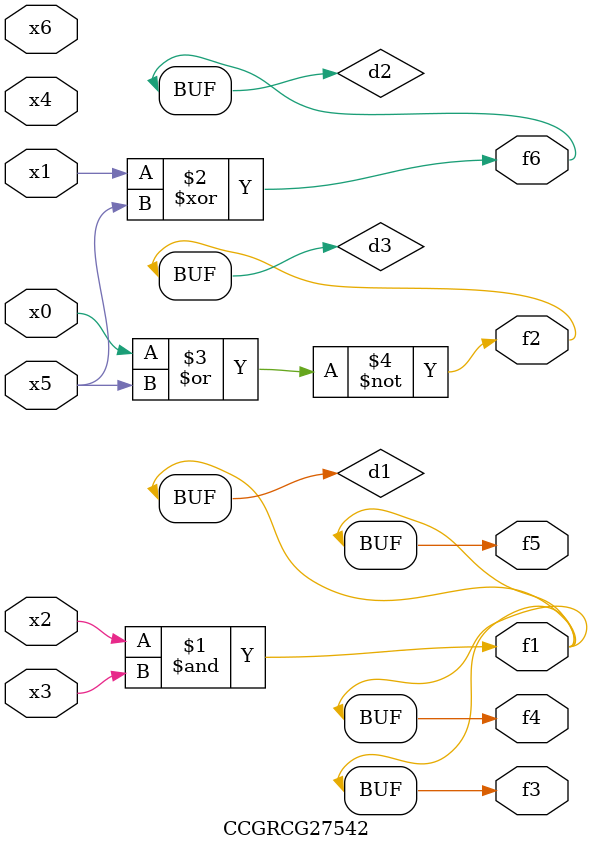
<source format=v>
module CCGRCG27542(
	input x0, x1, x2, x3, x4, x5, x6,
	output f1, f2, f3, f4, f5, f6
);

	wire d1, d2, d3;

	and (d1, x2, x3);
	xor (d2, x1, x5);
	nor (d3, x0, x5);
	assign f1 = d1;
	assign f2 = d3;
	assign f3 = d1;
	assign f4 = d1;
	assign f5 = d1;
	assign f6 = d2;
endmodule

</source>
